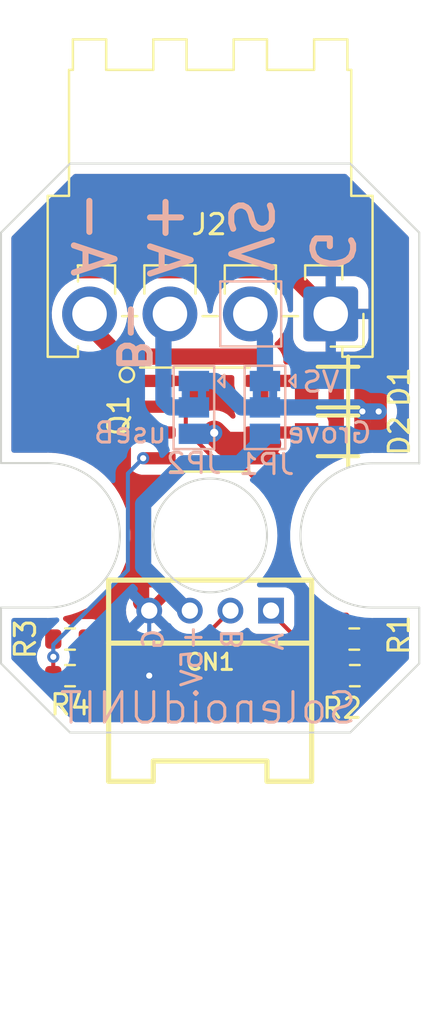
<source format=kicad_pcb>
(kicad_pcb (version 20211014) (generator pcbnew)
  (layers (0 "F.Cu" signal) (31 "B.Cu" signal) (34 "B.Paste" user) (35 "F.Paste" user) (36 "B.SilkS" user "B.Silkscreen") (37 "F.SilkS" user "F.Silkscreen") (38 "B.Mask" user) (39 "F.Mask" user) (44 "Edge.Cuts" user))
  (net 0 "")
  (net 1 "+5V")
  (net 2 "GND")
  (net 3 "/B")
  (net 4 "/A")
  (net 5 "VDD")
  (net 6 "VS")
  (net 7 "/SOLB_M")
  (net 8 "/SOLA_P2")
  (net 9 "/SOLA_M")
  (net 10 "Net-(Q1-Pad2)")
  (net 11 "Net-(Q1-Pad4)")
  (footprint "akita:CON_GROVE_H" (layer "F.Cu") (at 10.3 22 180)
    (fp_text reference "CN1" (at -1.3 -3 180) (layer "F.SilkS") (effects (font (size 0.8 0.8)) (justify right bottom)))
    (fp_text value "CON_GROVE")
    (fp_line (start 2.8 -7.4) (end 2.8 -8.4) (layer "F.SilkS") (width 0.254))
    (fp_line (start -5 -8.4) (end -5 -1.6) (layer "F.SilkS") (width 0.254))
    (fp_line (start -2.8 -8.4) (end -2.8 -7.4) (layer "F.SilkS") (width 0.254))
    (fp_line (start -5 -1.6) (end 5 -1.6) (layer "F.SilkS") (width 0.254))
    (fp_line (start -5 -8.4) (end -2.8 -8.4) (layer "F.SilkS") (width 0.254))
    (fp_line (start 5 -1.6) (end 5 -8.4) (layer "F.SilkS") (width 0.254))
    (fp_line (start -5 1.5) (end 5 1.5) (layer "F.SilkS") (width 0.254))
    (fp_line (start -5 -1.6) (end -5 1.5) (layer "F.SilkS") (width 0.254))
    (fp_line (start -5 -1) (end -5 1) (layer "F.SilkS") (width 0.127))
    (fp_line (start 5 1.5) (end 5 -1.6) (layer "F.SilkS") (width 0.254))
    (fp_line (start -2.8 -7.4) (end 2.8 -7.4) (layer "F.SilkS") (width 0.254))
    (fp_line (start 2.8 -8.4) (end 5 -8.4) (layer "F.SilkS") (width 0.254))
    (pad "1" thru_hole rect locked (at -3 0 180) (size 1.27 1.27) (drill 0.8) (layers *.Cu *.Mask) (net 4 "/A"))
    (pad "2" thru_hole circle locked (at -1 0 180) (size 1.27 1.27) (drill 0.8) (layers *.Cu *.Mask) (net 3 "/B"))
    (pad "3" thru_hole circle locked (at 1 0 180) (size 1.27 1.27) (drill 0.8) (layers *.Cu *.Mask) (net 1 "+5V"))
    (pad "4" thru_hole circle locked (at 3 0 180) (size 1.27 1.27) (drill 0.8) (layers *.Cu *.Mask) (net 2 "GND"))
  )
  (footprint "Package_SO:SO-8_3.9x4.9mm_P1.27mm" (layer "F.Cu") (at 10.3 12.6)
    (fp_text reference "Q1" (at -4.5 -0.2 90) (layer "F.SilkS"))
    (fp_text value "TR_nMOS_IRF7103")
    (fp_line (start 0 -2.56) (end 1.95 -2.56) (layer "F.SilkS") (width 0.12))
    (fp_line (start 0 -2.56) (end -3.45 -2.56) (layer "F.SilkS") (width 0.12))
    (fp_line (start 0 2.56) (end 1.95 2.56) (layer "F.SilkS") (width 0.12))
    (fp_line (start 0 2.56) (end -1.95 2.56) (layer "F.SilkS") (width 0.12))
    (pad "1" smd roundrect locked (at -2.575 -1.905) (size 1.75 0.6) (layers "F.Cu" "F.Paste" "F.Mask") (net 2 "GND"))
    (pad "2" smd roundrect locked (at -2.575 -0.635) (size 1.75 0.6) (layers "F.Cu" "F.Paste" "F.Mask") (net 10 "Net-(Q1-Pad2)"))
    (pad "3" smd roundrect locked (at -2.575 0.635) (size 1.75 0.6) (layers "F.Cu" "F.Paste" "F.Mask") (net 2 "GND"))
    (pad "4" smd roundrect locked (at -2.575 1.905) (size 1.75 0.6) (layers "F.Cu" "F.Paste" "F.Mask") (net 11 "Net-(Q1-Pad4)"))
    (pad "5" smd roundrect locked (at 2.575 1.905) (size 1.75 0.6) (layers "F.Cu" "F.Paste" "F.Mask") (net 7 "/SOLB_M"))
    (pad "6" smd roundrect locked (at 2.575 0.635) (size 1.75 0.6) (layers "F.Cu" "F.Paste" "F.Mask") (net 7 "/SOLB_M"))
    (pad "7" smd roundrect locked (at 2.575 -0.635) (size 1.75 0.6) (layers "F.Cu" "F.Paste" "F.Mask") (net 9 "/SOLA_M"))
    (pad "8" smd roundrect locked (at 2.575 -1.905) (size 1.75 0.6) (layers "F.Cu" "F.Paste" "F.Mask") (net 9 "/SOLA_M"))
  )
  (footprint "Resistor_SMD:R_0603_1608Metric" (layer "F.Cu") (at 17.425 25.2)
    (fp_text reference "R2" (at -0.625 1.6) (layer "F.SilkS"))
    (fp_text value "10k")
    (fp_line (start -0.237258 -0.5225) (end 0.237258 -0.5225) (layer "F.SilkS") (width 0.12))
    (fp_line (start -0.237258 0.5225) (end 0.237258 0.5225) (layer "F.SilkS") (width 0.12))
    (pad "1" smd roundrect locked (at -0.825 0) (size 0.8 0.95) (layers "F.Cu" "F.Paste" "F.Mask") (net 2 "GND"))
    (pad "2" smd roundrect locked (at 0.825 0) (size 0.8 0.95) (layers "F.Cu" "F.Paste" "F.Mask") (net 10 "Net-(Q1-Pad2)"))
  )
  (footprint "akita:D_SOD123FL" (layer "F.Cu") (at 16.6 13.4)
    (fp_text reference "D2" (at 3.6 0 90) (layer "F.SilkS") (effects (justify bottom)))
    (fp_text value "DIODE")
    (fp_line (start 0.5 1) (end 0.5 1.5) (layer "F.SilkS") (width 0.2))
    (fp_line (start 0.5 -1.5) (end 0.5 -1) (layer "F.SilkS") (width 0.2))
    (fp_line (start 0.5 1) (end -1 1) (layer "F.SilkS") (width 0.2))
    (fp_line (start 0.5 -1) (end 0.5 1) (layer "F.SilkS") (width 0.2))
    (fp_line (start -1 -1) (end 0.5 -1) (layer "F.SilkS") (width 0.2))
    (fp_line (start 0.5 -1) (end 1 -1) (layer "F.SilkS") (width 0.2))
    (fp_line (start 1 1) (end 0.5 1) (layer "F.SilkS") (width 0.2))
    (pad "A" smd rect (at -1.55 0) (size 1.15 1.25) (layers "F.Cu" "F.Paste" "F.Mask") (net 7 "/SOLB_M"))
    (pad "K" smd rect (at 1.55 0) (size 1.15 1.25) (layers "F.Cu" "F.Paste" "F.Mask") (net 6 "VS"))
  )
  (footprint "Connector_JST:JST_VH_S4P-VH_1x04_P3.96mm_Horizontal" (layer "F.Cu") (at 16.24 7.4 180)
    (fp_text reference "J2" (at 5.99 4.4) (layer "F.SilkS"))
    (fp_text value "Conn_01x04")
    (fp_line (start 5.57 -0.11) (end 6.31 -0.11) (layer "F.SilkS") (width 0.12))
    (fp_line (start 7.1 12.01) (end 7.1 13.51) (layer "F.SilkS") (width 0.12))
    (fp_line (start 1.61 -0.11) (end 2.35 -0.11) (layer "F.SilkS") (width 0.12))
    (fp_line (start -0.57 -2.11) (end -0.57 -1.61) (layer "F.SilkS") (width 0.12))
    (fp_line (start -0.82 13.51) (end 0.82 13.51) (layer "F.SilkS") (width 0.12))
    (fp_line (start 3.14 13.51) (end 4.78 13.51) (layer "F.SilkS") (width 0.12))
    (fp_line (start 2.7 2.39) (end 5.22 2.39) (layer "F.SilkS") (width 0.12))
    (fp_line (start 12.7 12.01) (end 12.89 12.01) (layer "F.SilkS") (width 0.12))
    (fp_line (start -0.58 2.39) (end 1.26 2.39) (layer "F.SilkS") (width 0.12))
    (fp_line (start 4.78 12.01) (end 7.1 12.01) (layer "F.SilkS") (width 0.12))
    (fp_line (start 12.45 2.39) (end 12.45 1.6) (layer "F.SilkS") (width 0.12))
    (fp_line (start 0.82 13.51) (end 0.82 12.01) (layer "F.SilkS") (width 0.12))
    (fp_line (start 3.14 12.01) (end 3.14 13.51) (layer "F.SilkS") (width 0.12))
    (fp_line (start 8.74 12.01) (end 11.06 12.01) (layer "F.SilkS") (width 0.12))
    (fp_line (start 13.94 5.81) (end 12.89 5.81) (layer "F.SilkS") (width 0.12))
    (fp_line (start -0.57 1.7) (end -0.57 2.39) (layer "F.SilkS") (width 0.12))
    (fp_line (start -1.01 5.81) (end -1.01 12.01) (layer "F.SilkS") (width 0.12))
    (fp_line (start 9.18 2.39) (end 9.18 1) (layer "F.SilkS") (width 0.12))
    (fp_line (start 6.66 1) (end 6.66 2.39) (layer "F.SilkS") (width 0.12))
    (fp_line (start 7.1 13.51) (end 8.74 13.51) (layer "F.SilkS") (width 0.12))
    (fp_line (start 4.78 13.51) (end 4.78 12.01) (layer "F.SilkS") (width 0.12))
    (fp_line (start 5.22 2.39) (end 5.22 1) (layer "F.SilkS") (width 0.12))
    (fp_line (start 13.94 -2.11) (end 13.94 5.81) (layer "F.SilkS") (width 0.12))
    (fp_line (start 11.06 12.01) (end 11.06 13.51) (layer "F.SilkS") (width 0.12))
    (fp_line (start -1.01 5.81) (end -2.06 5.81) (layer "F.SilkS") (width 0.12))
    (fp_line (start -1.01 12.01) (end -0.82 12.01) (layer "F.SilkS") (width 0.12))
    (fp_line (start 8.74 13.51) (end 8.74 12.01) (layer "F.SilkS") (width 0.12))
    (fp_line (start 12.7 13.51) (end 12.7 12.01) (layer "F.SilkS") (width 0.12))
    (fp_line (start 0 -1.61) (end -1.61 -1.61) (layer "F.SilkS") (width 0.12))
    (fp_line (start 11.06 13.51) (end 12.7 13.51) (layer "F.SilkS") (width 0.12))
    (fp_line (start -0.82 12.01) (end -0.82 13.51) (layer "F.SilkS") (width 0.12))
    (fp_line (start -2.06 -2.11) (end -0.57 -2.11) (layer "F.SilkS") (width 0.12))
    (fp_line (start 10.62 2.39) (end 12.46 2.39) (layer "F.SilkS") (width 0.12))
    (fp_line (start 10.62 1) (end 10.62 2.39) (layer "F.SilkS") (width 0.12))
    (fp_line (start 9.53 -0.11) (end 10.27 -0.11) (layer "F.SilkS") (width 0.12))
    (fp_line (start 6.66 2.39) (end 9.18 2.39) (layer "F.SilkS") (width 0.12))
    (fp_line (start 1.26 2.39) (end 1.26 1.7) (layer "F.SilkS") (width 0.12))
    (fp_line (start -2.06 5.81) (end -2.06 -2.11) (layer "F.SilkS") (width 0.12))
    (fp_line (start 2.7 1) (end 2.7 2.39) (layer "F.SilkS") (width 0.12))
    (fp_line (start 12.45 -1.6) (end 12.45 -2.11) (layer "F.SilkS") (width 0.12))
    (fp_line (start 0.82 12.01) (end 3.14 12.01) (layer "F.SilkS") (width 0.12))
    (fp_line (start -1.61 -1.61) (end -1.61 0) (layer "F.SilkS") (width 0.12))
    (fp_line (start 12.45 -2.11) (end 13.94 -2.11) (layer "F.SilkS") (width 0.12))
    (fp_line (start 12.89 12.01) (end 12.89 5.81) (layer "F.SilkS") (width 0.12))
    (pad "1" thru_hole roundrect locked (at 0 0 180) (size 2.7 2.7) (drill 1.7) (layers *.Cu *.Mask) (roundrect_rratio 0.09259296296) (net 2 "GND"))
    (pad "2" thru_hole circle locked (at 3.96 0 180) (size 2.7 2.7) (drill 1.7) (layers *.Cu *.Mask) (net 5 "VDD"))
    (pad "3" thru_hole circle locked (at 7.92 0 180) (size 2.7 2.7) (drill 1.7) (layers *.Cu *.Mask) (net 8 "/SOLA_P2"))
    (pad "4" thru_hole circle locked (at 11.88 0 180) (size 2.7 2.7) (drill 1.7) (layers *.Cu *.Mask) (net 9 "/SOLA_M"))
  )
  (footprint "Resistor_SMD:R_0603_1608Metric" (layer "F.Cu") (at 17.4 23.4)
    (fp_text reference "R1" (at 2.2 -0.2 90) (layer "F.SilkS"))
    (fp_text value "1k")
    (fp_line (start -0.237258 -0.5225) (end 0.237258 -0.5225) (layer "F.SilkS") (width 0.12))
    (fp_line (start -0.237258 0.5225) (end 0.237258 0.5225) (layer "F.SilkS") (width 0.12))
    (pad "1" smd roundrect locked (at -0.825 0) (size 0.8 0.95) (layers "F.Cu" "F.Paste" "F.Mask") (net 4 "/A"))
    (pad "2" smd roundrect locked (at 0.825 0) (size 0.8 0.95) (layers "F.Cu" "F.Paste" "F.Mask") (net 10 "Net-(Q1-Pad2)"))
  )
  (footprint "Resistor_SMD:R_0603_1608Metric" (layer "F.Cu") (at 3.4 23.4 180)
    (fp_text reference "R3" (at 2.2 0 90) (layer "F.SilkS"))
    (fp_text value "1k")
    (fp_line (start -0.237258 0.5225) (end 0.237258 0.5225) (layer "F.SilkS") (width 0.12))
    (fp_line (start -0.237258 -0.5225) (end 0.237258 -0.5225) (layer "F.SilkS") (width 0.12))
    (pad "1" smd roundrect locked (at -0.825 0 180) (size 0.8 0.95) (layers "F.Cu" "F.Paste" "F.Mask") (net 3 "/B"))
    (pad "2" smd roundrect locked (at 0.825 0 180) (size 0.8 0.95) (layers "F.Cu" "F.Paste" "F.Mask") (net 11 "Net-(Q1-Pad4)"))
  )
  (footprint "Resistor_SMD:R_0603_1608Metric" (layer "F.Cu") (at 3.4 25.2 180)
    (fp_text reference "R4" (at 0 -1.43) (layer "F.SilkS"))
    (fp_text value "10k")
    (fp_line (start -0.237258 -0.5225) (end 0.237258 -0.5225) (layer "F.SilkS") (width 0.12))
    (fp_line (start -0.237258 0.5225) (end 0.237258 0.5225) (layer "F.SilkS") (width 0.12))
    (pad "1" smd roundrect locked (at -0.825 0 180) (size 0.8 0.95) (layers "F.Cu" "F.Paste" "F.Mask") (net 2 "GND"))
    (pad "2" smd roundrect locked (at 0.825 0 180) (size 0.8 0.95) (layers "F.Cu" "F.Paste" "F.Mask") (net 11 "Net-(Q1-Pad4)"))
  )
  (footprint "akita:D_SOD123FL" (layer "F.Cu") (at 16.6 11)
    (fp_text reference "D1" (at 3.6 0 90) (layer "F.SilkS") (effects (justify bottom)))
    (fp_text value "DIODE")
    (fp_line (start 0.5 -1) (end 0.5 1) (layer "F.SilkS") (width 0.2))
    (fp_line (start 0.5 -1) (end 1 -1) (layer "F.SilkS") (width 0.2))
    (fp_line (start 1 1) (end 0.5 1) (layer "F.SilkS") (width 0.2))
    (fp_line (start 0.5 -1.5) (end 0.5 -1) (layer "F.SilkS") (width 0.2))
    (fp_line (start 0.5 1) (end 0.5 1.5) (layer "F.SilkS") (width 0.2))
    (fp_line (start -1 -1) (end 0.5 -1) (layer "F.SilkS") (width 0.2))
    (fp_line (start 0.5 1) (end -1 1) (layer "F.SilkS") (width 0.2))
    (pad "A" smd rect (at -1.55 0) (size 1.15 1.25) (layers "F.Cu" "F.Paste" "F.Mask") (net 9 "/SOLA_M"))
    (pad "K" smd rect (at 1.55 0) (size 1.15 1.25) (layers "F.Cu" "F.Paste" "F.Mask") (net 6 "VS"))
  )
  (footprint "Jumper:SolderJumper-3_P1.3mm_Bridged2Bar12_Pad1.0x1.5mm" (layer "B.Cu") (at 13 12 -90)
    (fp_text reference "JP1" (at 2.8 -0.085) (layer "B.SilkS") (effects (justify mirror)))
    (fp_text value "SolderJumper_3_Bridged12")
    (fp_poly (pts (xy -0.9 0.6) (xy -0.4 0.6) (xy -0.4 0.2) (xy -0.9 0.2)) (layer "B.Cu") (width 0) (fill solid))
    (fp_poly (pts (xy -0.9 -0.2) (xy -0.4 -0.2) (xy -0.4 -0.6) (xy -0.9 -0.6)) (layer "B.Cu") (width 0) (fill solid))
    (fp_line (start -1.6 -1.5) (end -1 -1.5) (layer "B.SilkS") (width 0.12))
    (fp_line (start -1.3 -1.2) (end -1 -1.5) (layer "B.SilkS") (width 0.12))
    (fp_line (start 2.05 1) (end 2.05 -1) (layer "B.SilkS") (width 0.12))
    (fp_line (start -2.05 1) (end 2.05 1) (layer "B.SilkS") (width 0.12))
    (fp_line (start -2.05 -1) (end -2.05 1) (layer "B.SilkS") (width 0.12))
    (fp_line (start -1.3 -1.2) (end -1.6 -1.5) (layer "B.SilkS") (width 0.12))
    (fp_line (start 2.05 -1) (end -2.05 -1) (layer "B.SilkS") (width 0.12))
    (pad "1" smd rect locked (at -1.3 0 270) (size 1 1.5) (layers "B.Cu" "B.Mask") (net 5 "VDD"))
    (pad "2" smd rect locked (at 0 0 270) (size 1 1.5) (layers "B.Cu" "B.Mask") (net 6 "VS"))
    (pad "3" smd rect locked (at 1.3 0 270) (size 1 1.5) (layers "B.Cu" "B.Mask") (net 1 "+5V"))
  )
  (footprint "Jumper:SolderJumper-3_P1.3mm_Bridged2Bar12_Pad1.0x1.5mm" (layer "B.Cu") (at 9.5 12 -90)
    (fp_text reference "JP2" (at 2.75 0) (layer "B.SilkS") (effects (justify mirror)))
    (fp_text value "SolderJumper_3_Bridged12")
    (fp_poly (pts (xy -0.9 0.6) (xy -0.4 0.6) (xy -0.4 0.2) (xy -0.9 0.2)) (layer "B.Cu") (width 0) (fill solid))
    (fp_poly (pts (xy -0.9 -0.2) (xy -0.4 -0.2) (xy -0.4 -0.6) (xy -0.9 -0.6)) (layer "B.Cu") (width 0) (fill solid))
    (fp_line (start -1.3 -1.2) (end -1 -1.5) (layer "B.SilkS") (width 0.12))
    (fp_line (start -2.05 1) (end 2.05 1) (layer "B.SilkS") (width 0.12))
    (fp_line (start 2.05 -1) (end -2.05 -1) (layer "B.SilkS") (width 0.12))
    (fp_line (start -1.6 -1.5) (end -1 -1.5) (layer "B.SilkS") (width 0.12))
    (fp_line (start -2.05 -1) (end -2.05 1) (layer "B.SilkS") (width 0.12))
    (fp_line (start -1.3 -1.2) (end -1.6 -1.5) (layer "B.SilkS") (width 0.12))
    (fp_line (start 2.05 1) (end 2.05 -1) (layer "B.SilkS") (width 0.12))
    (pad "1" smd rect locked (at -1.3 0 270) (size 1 1.5) (layers "B.Cu" "B.Mask") (net 6 "VS"))
    (pad "2" smd rect locked (at 0 0 270) (size 1 1.5) (layers "B.Cu" "B.Mask") (net 8 "/SOLA_P2"))
    (pad "3" smd rect locked (at 1.3 0 270) (size 1 1.5) (layers "B.Cu" "B.Mask") (net 7 "/SOLB_M"))
  )
  (gr_line (start 13.8 5.8) (end 13.8 9) (layer "B.SilkS") (width 0.12))
  (gr_line (start 10.8 5.8) (end 13.8 5.8) (layer "B.SilkS") (width 0.12))
  (gr_line (start 13.8 9) (end 10.8 9) (layer "B.SilkS") (width 0.12))
  (gr_line (start 10.8 9) (end 10.8 5.8) (layer "B.SilkS") (width 0.12))
  (gr_circle (center 6.2 10.4) (end 6.45 10.65) (layer "F.SilkS") (width 0.12) (fill none))
  (gr_line (start 0 24.6) (end 0 21.85) (layer "Edge.Cuts") (width 0.1))
  (gr_line (start 0 14.74) (end 2.3 14.74) (layer "Edge.Cuts") (width 0.1))
  (gr_line (start 20.6 21.85) (end 20.6 24.6) (layer "Edge.Cuts") (width 0.1))
  (gr_line (start 3.4 0) (end 17.2 0) (layer "Edge.Cuts") (width 0.1))
  (gr_line (start 0 3.4) (end 3.4 0) (layer "Edge.Cuts") (width 0.1))
  (gr_line (start 0 14.74) (end 0 3.4) (layer "Edge.Cuts") (width 0.1))
  (gr_line (start 0 24.6) (end 3.4 28) (layer "Edge.Cuts") (width 0.1))
  (gr_line (start 3.4 28) (end 17.2 28) (layer "Edge.Cuts") (width 0.1))
  (gr_line (start 20.6 3.4) (end 17.2 0) (layer "Edge.Cuts") (width 0.1))
  (gr_arc (start 2.3 14.74) (mid 5.855 18.295) (end 2.3 21.85) (layer "Edge.Cuts") (width 0.1))
  (gr_line (start 0 21.85) (end 2.3 21.85) (layer "Edge.Cuts") (width 0.1))
  (gr_circle (center 10.3 18.3) (end 13.1 18.3) (layer "Edge.Cuts") (width 0.1) (fill none))
  (gr_line (start 18.3 21.85) (end 20.6 21.85) (layer "Edge.Cuts") (width 0.1))
  (gr_line (start 18.3 14.75) (end 20.6 14.75) (layer "Edge.Cuts") (width 0.1))
  (gr_line (start 20.6 14.76) (end 20.6 3.4) (layer "Edge.Cuts") (width 0.1))
  (gr_line (start 17.2 28) (end 20.6 24.6) (layer "Edge.Cuts") (width 0.1))
  (gr_arc (start 18.3 21.85) (mid 14.75 18.3) (end 18.3 14.75) (layer "Edge.Cuts") (width 0.1))
  (gr_text "Grove" (at 14 13.25) (layer "B.SilkS") (effects (font (size 1 1)) (justify right mirror)))
  (gr_text "A+" (at 8.25 5.8 270) (layer "B.SilkS") (effects (font (size 2 2) (thickness 0.3)) (justify left mirror)))
  (gr_text "G" (at 16.25 5.5 270) (layer "B.SilkS") (effects (font (size 2 2) (thickness 0.3)) (justify left mirror)))
  (gr_text "B-" (at 6.5 8.5 270) (layer "B.SilkS") (effects (font (size 1.5 1.5) (thickness 0.3)) (justify mirror)))
  (gr_text "G" (at 7.5 22.8 90) (layer "B.SilkS") (effects (font (size 1 1)) (justify left mirror)))
  (gr_text "VS" (at 12.25 5.5 270) (layer "B.SilkS") (effects (font (size 2 2) (thickness 0.3)) (justify left mirror)))
  (gr_text "B" (at 11.4 22.8 90) (layer "B.SilkS") (effects (font (size 1 1)) (justify left mirror)))
  (gr_text "SolenoidUNIT" (at 10.2 26.8) (layer "B.SilkS") (effects (font (size 1.5 1.5)) (justify mirror)))
  (gr_text "+5V" (at 9.4 22.6 90) (layer "B.SilkS") (effects (font (size 1 1)) (justify left mirror)))
  (gr_text "useB" (at 8.25 13.25) (layer "B.SilkS") (effects (font (size 1 1)) (justify left mirror)))
  (gr_text "A-" (at 4.5 5.75 270) (layer "B.SilkS") (effects (font (size 2 2) (thickness 0.3)) (justify left mirror)))
  (gr_text "A" (at 13.4 23 90) (layer "B.SilkS") (effects (font (size 1 1)) (justify left mirror)))
  (gr_text "VS" (at 14.75 10.75) (layer "B.SilkS") (effects (font (size 1 1)) (justify right mirror)))
  (segment (start 9.15 22) (end 7 19.85) (width 0.8) (layer "B.Cu") (net 1))
  (segment (start 9.3 22) (end 9.15 22) (width 0.8) (layer "B.Cu") (net 1))
  (segment (start 7 19.85) (end 7 16.75) (width 0.8) (layer "B.Cu") (net 1))
  (segment (start 11.75 14.75) (end 13 13.5) (width 0.8) (layer "B.Cu") (net 1))
  (segment (start 9 14.75) (end 11.75 14.75) (width 0.8) (layer "B.Cu") (net 1))
  (segment (start 7 16.75) (end 9 14.75) (width 0.8) (layer "B.Cu") (net 1))
  (segment (start 7.3 22) (end 6.9 21.6) (width 0.8) (layer "F.Cu") (net 2))
  (segment (start 16.24 7.4) (end 14.09 5.25) (width 0.8) (layer "F.Cu") (net 2))
  (segment (start 14.09 5.25) (end 3 5.25) (width 0.8) (layer "F.Cu") (net 2))
  (segment (start 2 6.25) (end 2 9) (width 0.8) (layer "F.Cu") (net 2))
  (segment (start 6.9 16.4) (end 6 15.5) (width 0.8) (layer "F.Cu") (net 2))
  (segment (start 16.6 25.2) (end 7.3 25.2) (width 0.2) (layer "F.Cu") (net 2))
  (segment (start 7.725 13.235) (end 6.435 13.235) (width 0.6) (layer "F.Cu") (net 2))
  (segment (start 4.225 25.2) (end 7.3 25.2) (width 0.2) (layer "F.Cu") (net 2))
  (segment (start 6.105 10.695) (end 6 10.8) (width 0.6) (layer "F.Cu") (net 2))
  (segment (start 2 9) (end 3.8 10.8) (width 0.8) (layer "F.Cu") (net 2))
  (segment (start 6.9 21.6) (end 6.9 16.4) (width 0.8) (layer "F.Cu") (net 2))
  (segment (start 6 15.5) (end 6 10.8) (width 0.8) (layer "F.Cu") (net 2))
  (segment (start 3 5.25) (end 2 6.25) (width 0.8) (layer "F.Cu") (net 2))
  (segment (start 3.8 10.8) (end 6 10.8) (width 0.8) (layer "F.Cu") (net 2))
  (segment (start 7.725 10.695) (end 6.105 10.695) (width 0.6) (layer "F.Cu") (net 2))
  (via (at 7.3 25.2) (size 0.6) (drill 0.3) (layers "F.Cu" "B.Cu") (net 2))
  (segment (start 7.3 25.2) (end 7.3 22.1) (width 0.2) (layer "B.Cu") (net 2))
  (segment (start 9.9 23.4) (end 11.2 22.1) (width 0.2) (layer "F.Cu") (net 3))
  (segment (start 4.225 23.4) (end 9.9 23.4) (width 0.2) (layer "F.Cu") (net 3))
  (segment (start 16.575 23.4) (end 14.6 23.4) (width 0.2) (layer "F.Cu") (net 4))
  (segment (start 14.6 23.4) (end 13.3 22.1) (width 0.2) (layer "F.Cu") (net 4))
  (segment (start 13 10.7) (end 13 8.5) (width 0.8) (layer "B.Cu") (net 5))
  (segment (start 13 8.5) (end 12 7.5) (width 0.8) (layer "B.Cu") (net 5))
  (segment (start 12.4 7.8) (end 12.2 7.6) (width 0.8) (layer "B.Cu") (net 5))
  (segment (start 17.8 12.2) (end 17.8 13.2) (width 0.8) (layer "F.Cu") (net 6))
  (segment (start 17.8 11.2) (end 18 11) (width 0.8) (layer "F.Cu") (net 6))
  (segment (start 18.6 12.2) (end 18.6 13.2) (width 0.8) (layer "F.Cu") (net 6))
  (segment (start 17.8 12.2) (end 17.8 11.2) (width 0.8) (layer "F.Cu") (net 6))
  (segment (start 18.6 12.2) (end 18.6 11.4) (width 0.8) (layer "F.Cu") (net 6))
  (via (at 18.6 12.2) (size 0.6) (drill 0.3) (layers "F.Cu" "B.Cu") (net 6))
  (via (at 17.8 12.2) (size 0.6) (drill 0.3) (layers "F.Cu" "B.Cu") (net 6))
  (segment (start 13 12) (end 17.6 12) (width 0.8) (layer "B.Cu") (net 6))
  (segment (start 11.850978 12) (end 13 12) (width 0.8) (layer "B.Cu") (net 6))
  (segment (start 9.5 10.7) (end 10.550978 10.7) (width 0.8) (layer "B.Cu") (net 6))
  (segment (start 17.8 12.2) (end 18.6 12.2) (width 0.8) (layer "B.Cu") (net 6))
  (segment (start 10.550978 10.7) (end 11.850978 12) (width 0.8) (layer "B.Cu") (net 6))
  (segment (start 17.6 12) (end 17.8 12.2) (width 0.8) (layer "B.Cu") (net 6))
  (segment (start 11.05 13.8) (end 13.2 13.8) (width 1.2) (layer "F.Cu") (net 7))
  (segment (start 14.735 13.235) (end 15 13.5) (width 0.6) (layer "F.Cu") (net 7))
  (segment (start 10.5 13.25) (end 11.05 13.8) (width 1.2) (layer "F.Cu") (net 7))
  (segment (start 14.635 13.235) (end 14.8 13.4) (width 0.4) (layer "F.Cu") (net 7))
  (segment (start 12.875 13.235) (end 14.735 13.235) (width 0.6) (layer "F.Cu") (net 7))
  (via (at 10.5 13.25) (size 0.8) (drill 0.4) (layers "F.Cu" "B.Cu") (net 7))
  (segment (start 9.5 13.3) (end 10.45 13.3) (width 0.8) (layer "B.Cu") (net 7))
  (segment (start 10.45 13.3) (end 10.5 13.25) (width 0.8) (layer "B.Cu") (net 7))
  (segment (start 7.7 7.3) (end 8.4 7.3) (width 0.6) (layer "F.Cu") (net 8))
  (segment (start 7.725 8.075) (end 8.3 7.5) (width 0.6) (layer "F.Cu") (net 8))
  (segment (start 7.90096 7.3) (end 8.3 7.3) (width 0.8) (layer "F.Cu") (net 8))
  (segment (start 8 8) (end 8.150489 7.849511) (width 0.8) (layer "B.Cu") (net 8))
  (segment (start 7.9 7.9) (end 8 7.9) (width 0.6) (layer "B.Cu") (net 8))
  (segment (start 8 11.649022) (end 8 8) (width 0.8) (layer "B.Cu") (net 8))
  (segment (start 8.350978 12) (end 8 11.649022) (width 0.8) (layer "B.Cu") (net 8))
  (segment (start 8 7.9) (end 8.4 7.5) (width 0.6) (layer "B.Cu") (net 8))
  (segment (start 9.5 12) (end 8.350978 12) (width 0.8) (layer "B.Cu") (net 8))
  (segment (start 12.75 9.5) (end 13 9.75) (width 0.8) (layer "F.Cu") (net 9))
  (segment (start 4.36 8.005) (end 5.855 9.5) (width 0.8) (layer "F.Cu") (net 9))
  (segment (start 14.695 10.695) (end 15 11) (width 0.4) (layer "F.Cu") (net 9))
  (segment (start 12.875 10.695) (end 12.875 11.875) (width 0.6) (layer "F.Cu") (net 9))
  (segment (start 5.855 9.5) (end 12.75 9.5) (width 0.8) (layer "F.Cu") (net 9))
  (segment (start 12.875 10.695) (end 14.695 10.695) (width 0.6) (layer "F.Cu") (net 9))
  (segment (start 4.36 7.4) (end 4.36 8.005) (width 0.8) (layer "F.Cu") (net 9))
  (segment (start 12.875 11.875) (end 12.9 11.9) (width 0.6) (layer "F.Cu") (net 9))
  (segment (start 13 9.75) (end 13 10.75) (width 0.8) (layer "F.Cu") (net 9))
  (segment (start 9.1 13.122114) (end 9.1 12.2) (width 0.2) (layer "F.Cu") (net 10))
  (segment (start 9.1 12.2) (end 8.865 11.965) (width 0.2) (layer "F.Cu") (net 10))
  (segment (start 18.225 23.4) (end 17.025 22.2) (width 0.2) (layer "F.Cu") (net 10))
  (segment (start 13.9 16.9) (end 12.10452 15.10452) (width 0.2) (layer "F.Cu") (net 10))
  (segment (start 8.865 11.965) (end 7.725 11.965) (width 0.2) (layer "F.Cu") (net 10))
  (segment (start 17.025 22.2) (end 16.1 22.2) (width 0.2) (layer "F.Cu") (net 10))
  (segment (start 12.10452 15.10452) (end 11.082406 15.10452) (width 0.2) (layer "F.Cu") (net 10))
  (segment (start 13.9 20) (end 13.9 16.9) (width 0.2) (layer "F.Cu") (net 10))
  (segment (start 18.225 23.4) (end 18.225 25.125) (width 0.2) (layer "F.Cu") (net 10))
  (segment (start 18.225 25.125) (end 18.3 25.2) (width 0.2) (layer "F.Cu") (net 10))
  (segment (start 16.1 22.2) (end 13.9 20) (width 0.2) (layer "F.Cu") (net 10))
  (segment (start 11.082406 15.10452) (end 9.1 13.122114) (width 0.2) (layer "F.Cu") (net 10))
  (segment (start 2.575 25.2) (end 2.575 23.525) (width 0.2) (layer "F.Cu") (net 11))
  (segment (start 2.575 23.525) (end 2.6 23.5) (width 0.2) (layer "F.Cu") (net 11))
  (via (at 2.575 24.275) (size 0.6) (drill 0.3) (layers "F.Cu" "B.Cu") (net 11))
  (via (at 7 14.5) (size 0.6) (drill 0.3) (layers "F.Cu" "B.Cu") (net 11))
  (segment (start 6.25 15.25) (end 7 14.5) (width 0.2) (layer "B.Cu") (net 11))
  (segment (start 2.575 24.275) (end 2.575 23.675) (width 0.2) (layer "B.Cu") (net 11))
  (segment (start 2.575 23.675) (end 6.25 20) (width 0.2) (layer "B.Cu") (net 11))
  (segment (start 6.25 20) (end 6.25 15.25) (width 0.2) (layer "B.Cu") (net 11))
  (zone (net 2) (net_name "GND") (layer "F.Cu") (connect_pads (clearance 0.508)) (min_thickness 0.254) (fill yes (thermal_gap 0.508) (thermal_bridge_width 0.508))
    (polygon (pts (xy 21 28) (xy 0 28) (xy 0 0) (xy 21 0)))
  )
  (zone (net 2) (net_name "GND") (layer "B.Cu") (connect_pads (clearance 0.508)) (min_thickness 0.254) (fill yes (thermal_gap 0.508) (thermal_bridge_width 0.508))
    (polygon (pts (xy 21 28) (xy 0 28) (xy 0 0) (xy 21 0)))
  )
)
</source>
